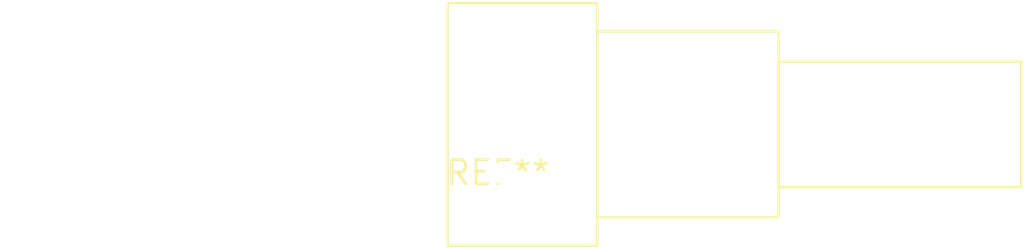
<source format=kicad_pcb>
(kicad_pcb (version 20240108) (generator pcbnew)
  (layers (0 "F.Cu" signal) (31 "B.Cu" signal) (34 "B.Paste" user) (35 "F.Paste" user) (36 "B.SilkS" user "B.Silkscreen") (37 "F.SilkS" user "F.Silkscreen") (38 "B.Mask" user) (39 "F.Mask" user) (44 "Edge.Cuts" user))
  (net 0 "")
  (footprint "Potentiometer_Vishay_248GJ-249GJ_Single_Horizontal" (layer "F.Cu") (at 0 0)
    (property "Reference" "REF**")
    (property "Value" "Potentiometer_Vishay_248GJ-249GJ_Single_Horizontal")
    (fp_line (start -2.64 -8.91) (end -2.64 3.83) (layer "F.SilkS") (stroke (width 0.12)))
    (fp_line (start -2.64 -8.91) (end 5.2 -8.91) (layer "F.SilkS") (stroke (width 0.12)))
    (fp_line (start -2.64 3.83) (end 5.2 3.83) (layer "F.SilkS") (stroke (width 0.12)))
    (fp_line (start 5.2 -8.91) (end 5.2 3.83) (layer "F.SilkS") (stroke (width 0.12)))
    (fp_line (start 5.2 -7.423) (end 5.2 2.343) (layer "F.SilkS") (stroke (width 0.12)))
    (fp_line (start 5.2 -7.423) (end 14.7 -7.423) (layer "F.SilkS") (stroke (width 0.12)))
    (fp_line (start 5.2 2.343) (end 14.7 2.343) (layer "F.SilkS") (stroke (width 0.12)))
    (fp_line (start 14.7 -7.423) (end 14.7 2.343) (layer "F.SilkS") (stroke (width 0.12)))
    (fp_line (start 14.7 -5.835) (end 14.7 0.755) (layer "F.SilkS") (stroke (width 0.12)))
    (fp_line (start 14.7 -5.835) (end 27.42 -5.835) (layer "F.SilkS") (stroke (width 0.12)))
    (fp_line (start 14.7 0.755) (end 27.42 0.755) (layer "F.SilkS") (stroke (width 0.12)))
    (fp_line (start 27.42 -5.835) (end 27.42 0.755) (layer "F.SilkS") (stroke (width 0.12)))
    (pad "1" thru_hole circle (at 0 0) (size 1.8 1.8) (drill 1) (layers *.Cu *.Mask) (remove_unused_layers))
    (pad "2" thru_hole circle (at 0 -2.54) (size 1.8 1.8) (drill 1) (layers *.Cu *.Mask) (remove_unused_layers))
    (pad "3" thru_hole circle (at 0 -5.08) (size 1.8 1.8) (drill 1) (layers *.Cu *.Mask) (remove_unused_layers))
  )
)
</source>
